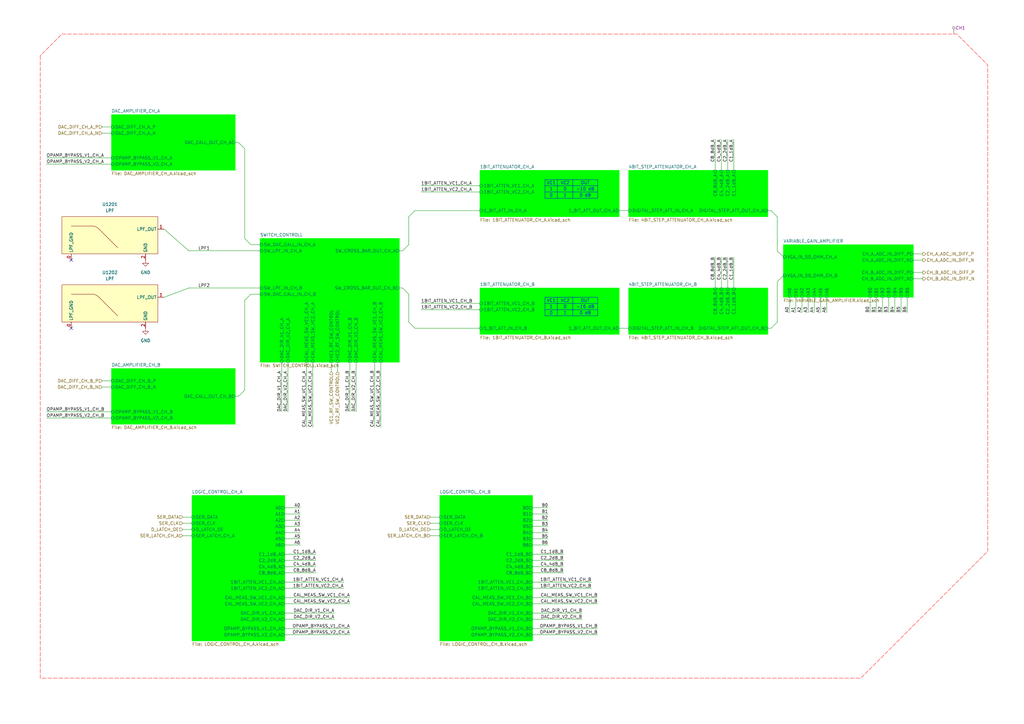
<source format=kicad_sch>
(kicad_sch (version 20250114) (generator "eeschema") (generator_version "9.0")
  (paper "A3")
  (title_block (date "2025-04-16") (company "CERN") (comment 1 "Design by A. Jevtic"))
  (lib_symbols
    (symbol "LPF_MODULE:LPF_MODULE"
      (property "Reference" "U" (at 3.81 9.906 0))
      (property "Value" "LPF" (at 0 0 0))
      (symbol "LPF_MODULE_1_1"
        (rectangle (start -16.51 7.62) (end 22.86 -7.62) (fill (type background)))
        (bezier (pts (xy -3.81 3.81) (xy -3.81 3.81) (xy -2.54 3.81) (xy -1.27 2.54)))
        (polyline (pts (xy -3.81 3.81) (xy -12.7 3.81)))
        (polyline (pts (xy -1.27 2.54) (xy 6.35 -5.08)))
        (pin power_in line (at -12.7 -10.16 90) (length 2.54) (name "LPF_GND") (number "0"))
        (pin power_in line (at 17.78 -10.16 90) (length 2.54) (name "GND") (number "2"))
        (pin output line (at 25.4 2.54 180) (length 2.54) (name "LPF_OUT") (number "1"))
      )
    )
    (symbol "power:GND" (power) (pin_names (offset 0))
      (property "Value" "GND" (at 0 -3.81 0))
      (symbol "GND_0_1"
        (polyline (pts (xy 0 0) (xy 0 -1.27) (xy 1.27 -1.27) (xy 0 -2.54) (xy -1.27 -1.27) (xy 0 -1.27)))
      )
      (symbol "GND_1_1"
        (pin power_in line (at 0 0 270) (length 0) (hide yes) (name "GND") (number "1"))
      )
    )
  )
  (no_connect (at 29.21 134.62))
  (no_connect (at 29.21 106.68))
  (wire (pts (xy 314.96 86.36) (xy 316.23 86.36)))
  (wire (pts (xy 143.51 148.59) (xy 143.51 168.91)))
  (wire (pts (xy 316.23 86.36) (xy 318.77 88.9)))
  (wire (pts (xy 218.44 254) (xy 238.76 254)))
  (wire (pts (xy 331.47 121.92) (xy 331.47 128.27)))
  (wire (pts (xy 314.96 134.62) (xy 316.23 134.62)))
  (wire (pts (xy 218.44 247.65) (xy 245.11 247.65)))
  (wire (pts (xy 135.89 148.59) (xy 135.89 152.4)))
  (wire (pts (xy 218.44 213.36) (xy 224.79 213.36)))
  (wire (pts (xy 45.72 168.91) (xy 19.05 168.91)))
  (wire (pts (xy 318.77 115.57) (xy 318.77 132.08)))
  (wire (pts (xy 102.87 120.65) (xy 100.33 123.19)))
  (wire (pts (xy 156.21 148.59) (xy 156.21 175.26)))
  (wire (pts (xy 116.84 232.41) (xy 129.54 232.41)))
  (wire (pts (xy 102.87 100.33) (xy 100.33 97.79)))
  (wire (pts (xy 128.27 148.59) (xy 128.27 175.26)))
  (wire (pts (xy 196.85 127) (xy 172.72 127)))
  (wire (pts (xy 74.93 214.63) (xy 78.74 214.63)))
  (wire (pts (xy 77.47 102.87) (xy 106.68 102.87)))
  (wire (pts (xy 74.93 219.71) (xy 78.74 219.71)))
  (wire (pts (xy 326.39 121.92) (xy 326.39 128.27)))
  (wire (pts (xy 41.91 52.07) (xy 45.72 52.07)))
  (wire (pts (xy 218.44 210.82) (xy 224.79 210.82)))
  (wire (pts (xy 176.53 217.17) (xy 180.34 217.17)))
  (wire (pts (xy 293.37 69.85) (xy 293.37 57.15)))
  (wire (pts (xy 218.44 251.46) (xy 238.76 251.46)))
  (wire (pts (xy 218.44 227.33) (xy 231.14 227.33)))
  (wire (pts (xy 138.43 148.59) (xy 138.43 152.4)))
  (wire (pts (xy 116.84 260.35) (xy 143.51 260.35)))
  (wire (pts (xy 100.33 60.96) (xy 97.79 58.42)))
  (wire (pts (xy 41.91 54.61) (xy 45.72 54.61)))
  (wire (pts (xy 100.33 160.02) (xy 97.79 162.56)))
  (wire (pts (xy 300.99 118.11) (xy 300.99 105.41)))
  (wire (pts (xy 116.84 210.82) (xy 123.19 210.82)))
  (wire (pts (xy 167.64 100.33) (xy 167.64 88.9)))
  (wire (pts (xy 74.93 212.09) (xy 78.74 212.09)))
  (wire (pts (xy 218.44 257.81) (xy 245.11 257.81)))
  (wire (pts (xy 356.87 121.92) (xy 356.87 128.27)))
  (wire (pts (xy 321.31 105.41) (xy 318.77 102.87)))
  (wire (pts (xy 146.05 148.59) (xy 146.05 168.91)))
  (wire (pts (xy 218.44 223.52) (xy 224.79 223.52)))
  (wire (pts (xy 96.52 162.56) (xy 97.79 162.56)))
  (wire (pts (xy 176.53 212.09) (xy 180.34 212.09)))
  (wire (pts (xy 170.18 134.62) (xy 196.85 134.62)))
  (wire (pts (xy 115.57 148.59) (xy 115.57 168.91)))
  (wire (pts (xy 196.85 78.74) (xy 172.72 78.74)))
  (wire (pts (xy 339.09 121.92) (xy 339.09 128.27)))
  (wire (pts (xy 116.84 254) (xy 137.16 254)))
  (wire (pts (xy 196.85 76.2) (xy 172.72 76.2)))
  (wire (pts (xy 116.84 238.76) (xy 140.97 238.76)))
  (wire (pts (xy 116.84 220.98) (xy 123.19 220.98)))
  (wire (pts (xy 361.95 121.92) (xy 361.95 128.27)))
  (wire (pts (xy 218.44 232.41) (xy 231.14 232.41)))
  (wire (pts (xy 323.85 121.92) (xy 323.85 128.27)))
  (wire (pts (xy 77.47 118.11) (xy 106.68 118.11)))
  (wire (pts (xy 369.57 121.92) (xy 369.57 128.27)))
  (wire (pts (xy 218.44 234.95) (xy 231.14 234.95)))
  (wire (pts (xy 298.45 118.11) (xy 298.45 105.41)))
  (wire (pts (xy 318.77 88.9) (xy 318.77 102.87)))
  (wire (pts (xy 218.44 215.9) (xy 224.79 215.9)))
  (wire (pts (xy 336.55 121.92) (xy 336.55 128.27)))
  (wire (pts (xy 116.84 241.3) (xy 140.97 241.3)))
  (wire (pts (xy 106.68 100.33) (xy 102.87 100.33)))
  (wire (pts (xy 218.44 208.28) (xy 224.79 208.28)))
  (wire (pts (xy 359.41 121.92) (xy 359.41 128.27)))
  (wire (pts (xy 100.33 97.79) (xy 100.33 60.96)))
  (wire (pts (xy 100.33 123.19) (xy 100.33 160.02)))
  (wire (pts (xy 163.83 118.11) (xy 165.1 118.11)))
  (wire (pts (xy 41.91 156.21) (xy 45.72 156.21)))
  (wire (pts (xy 298.45 69.85) (xy 298.45 57.15)))
  (wire (pts (xy 96.52 58.42) (xy 97.79 58.42)))
  (wire (pts (xy 254 86.36) (xy 257.81 86.36)))
  (wire (pts (xy 77.47 102.87) (xy 67.31 93.98)))
  (wire (pts (xy 153.67 148.59) (xy 153.67 175.26)))
  (wire (pts (xy 167.64 120.65) (xy 167.64 132.08)))
  (wire (pts (xy 218.44 220.98) (xy 224.79 220.98)))
  (wire (pts (xy 170.18 86.36) (xy 196.85 86.36)))
  (wire (pts (xy 295.91 118.11) (xy 295.91 105.41)))
  (wire (pts (xy 218.44 229.87) (xy 231.14 229.87)))
  (wire (pts (xy 218.44 238.76) (xy 242.57 238.76)))
  (wire (pts (xy 74.93 217.17) (xy 78.74 217.17)))
  (wire (pts (xy 321.31 113.03) (xy 318.77 115.57)))
  (wire (pts (xy 165.1 102.87) (xy 167.64 100.33)))
  (wire (pts (xy 116.84 245.11) (xy 143.51 245.11)))
  (wire (pts (xy 116.84 251.46) (xy 137.16 251.46)))
  (wire (pts (xy 163.83 102.87) (xy 165.1 102.87)))
  (wire (pts (xy 334.01 121.92) (xy 334.01 128.27)))
  (wire (pts (xy 176.53 219.71) (xy 180.34 219.71)))
  (wire (pts (xy 196.85 124.46) (xy 172.72 124.46)))
  (wire (pts (xy 116.84 229.87) (xy 129.54 229.87)))
  (wire (pts (xy 218.44 241.3) (xy 242.57 241.3)))
  (wire (pts (xy 218.44 260.35) (xy 245.11 260.35)))
  (wire (pts (xy 167.64 132.08) (xy 170.18 134.62)))
  (wire (pts (xy 116.84 208.28) (xy 123.19 208.28)))
  (wire (pts (xy 125.73 148.59) (xy 125.73 175.26)))
  (wire (pts (xy 254 134.62) (xy 257.81 134.62)))
  (wire (pts (xy 295.91 69.85) (xy 295.91 57.15)))
  (wire (pts (xy 116.84 227.33) (xy 129.54 227.33)))
  (wire (pts (xy 116.84 218.44) (xy 123.19 218.44)))
  (wire (pts (xy 318.77 132.08) (xy 316.23 134.62)))
  (wire (pts (xy 328.93 121.92) (xy 328.93 128.27)))
  (wire (pts (xy 118.11 148.59) (xy 118.11 168.91)))
  (wire (pts (xy 372.11 121.92) (xy 372.11 128.27)))
  (wire (pts (xy 165.1 118.11) (xy 167.64 120.65)))
  (wire (pts (xy 116.84 234.95) (xy 129.54 234.95)))
  (wire (pts (xy 300.99 69.85) (xy 300.99 57.15)))
  (wire (pts (xy 116.84 223.52) (xy 123.19 223.52)))
  (wire (pts (xy 116.84 213.36) (xy 123.19 213.36)))
  (wire (pts (xy 218.44 245.11) (xy 245.11 245.11)))
  (wire (pts (xy 374.65 114.3) (xy 378.46 114.3)))
  (wire (pts (xy 116.84 215.9) (xy 123.19 215.9)))
  (wire (pts (xy 176.53 214.63) (xy 180.34 214.63)))
  (wire (pts (xy 116.84 247.65) (xy 143.51 247.65)))
  (wire (pts (xy 67.31 121.92) (xy 77.47 118.11)))
  (wire (pts (xy 293.37 118.11) (xy 293.37 105.41)))
  (wire (pts (xy 374.65 104.14) (xy 378.46 104.14)))
  (wire (pts (xy 374.65 111.76) (xy 378.46 111.76)))
  (wire (pts (xy 167.64 88.9) (xy 170.18 86.36)))
  (wire (pts (xy 367.03 121.92) (xy 367.03 128.27)))
  (wire (pts (xy 102.87 120.65) (xy 106.68 120.65)))
  (wire (pts (xy 116.84 257.81) (xy 143.51 257.81)))
  (wire (pts (xy 218.44 218.44) (xy 224.79 218.44)))
  (wire (pts (xy 45.72 171.45) (xy 19.05 171.45)))
  (wire (pts (xy 45.72 64.77) (xy 19.05 64.77)))
  (wire (pts (xy 41.91 158.75) (xy 45.72 158.75)))
  (wire (pts (xy 364.49 121.92) (xy 364.49 128.27)))
  (wire (pts (xy 374.65 106.68) (xy 378.46 106.68)))
  (wire (pts (xy 45.72 67.31) (xy 19.05 67.31)))
  (table (column_count 3) (border (external yes) (header yes) (stroke (width 0) (color 0 0 255 1))) (separators (rows yes) (cols yes) (stroke (width 0) (color 0 0 255 1))) (column_widths 5.08 6.35 10.16) (row_heights 2.54 2.54 2.54) (cells (table_cell "VC1" (at 223.52 121.92 0) (size 5.08 2.54) (margins 0.9525 0.9525 0.9525 0.9525) (span 1 1)) (table_cell "VC2" (at 228.6 121.92 0) (size 6.35 2.54) (margins 0.9525 0.9525 0.9525 0.9525) (span 1 1)) (table_cell "OUT" (at 234.95 121.92 0) (size 10.16 2.54) (margins 0.9525 0.9525 0.9525 0.9525) (span 1 1)) (table_cell "1" (at 223.52 124.46 0) (size 5.08 2.54) (margins 0.9525 0.9525 0.9525 0.9525) (span 1 1)) (table_cell "0" (at 228.6 124.46 0) (size 6.35 2.54) (margins 0.9525 0.9525 0.9525 0.9525) (span 1 1)) (table_cell "-10 dB" (at 234.95 124.46 0) (size 10.16 2.54) (margins 0.9525 0.9525 0.9525 0.9525) (span 1 1)) (table_cell "0" (at 223.52 127 0) (size 5.08 2.54) (margins 0.9525 0.9525 0.9525 0.9525) (span 1 1)) (table_cell "1" (at 228.6 127 0) (size 6.35 2.54) (margins 0.9525 0.9525 0.9525 0.9525) (span 1 1)) (table_cell "0 dB" (at 234.95 127 0) (size 10.16 2.54) (margins 0.9525 0.9525 0.9525 0.9525) (span 1 1))))
  (table (column_count 3) (border (external yes) (header yes) (stroke (width 0) (color 0 0 255 1))) (separators (rows yes) (cols yes) (stroke (width 0) (color 0 0 255 1))) (column_widths 5.08 6.35 10.16) (row_heights 2.54 2.54 2.54) (cells (table_cell "VC1" (at 223.52 73.66 0) (size 5.08 2.54) (margins 0.9525 0.9525 0.9525 0.9525) (span 1 1)) (table_cell "VC2" (at 228.6 73.66 0) (size 6.35 2.54) (margins 0.9525 0.9525 0.9525 0.9525) (span 1 1)) (table_cell "OUT" (at 234.95 73.66 0) (size 10.16 2.54) (margins 0.9525 0.9525 0.9525 0.9525) (span 1 1)) (table_cell "1" (at 223.52 76.2 0) (size 5.08 2.54) (margins 0.9525 0.9525 0.9525 0.9525) (span 1 1)) (table_cell "0" (at 228.6 76.2 0) (size 6.35 2.54) (margins 0.9525 0.9525 0.9525 0.9525) (span 1 1)) (table_cell "-10 dB" (at 234.95 76.2 0) (size 10.16 2.54) (margins 0.9525 0.9525 0.9525 0.9525) (span 1 1)) (table_cell "0" (at 223.52 78.74 0) (size 5.08 2.54) (margins 0.9525 0.9525 0.9525 0.9525) (span 1 1)) (table_cell "1" (at 228.6 78.74 0) (size 6.35 2.54) (margins 0.9525 0.9525 0.9525 0.9525) (span 1 1)) (table_cell "0 dB" (at 234.95 78.74 0) (size 10.16 2.54) (margins 0.9525 0.9525 0.9525 0.9525) (span 1 1))))
  (label "OPAMP_BYPASS_V2_CH_A" (at 19.05 67.31 0))
  (label "A6" (at 339.09 128.27 90))
  (label "LPF1" (at 81.28 102.87 0))
  (label "OPAMP_BYPASS_V2_CH_B" (at 245.11 260.35 180))
  (label "A3" (at 331.47 128.27 90))
  (label "CAL_MEAS_SW_VC2_CH_B" (at 156.21 175.26 90))
  (label "C4_4dB_B" (at 231.14 232.41 180))
  (label "1BIT_ATTEN_VC2_CH_A" (at 172.72 78.74 0))
  (label "CAL_MEAS_SW_VC1_CH_B" (at 153.67 175.26 90))
  (label "C8_8dB_A" (at 129.54 234.95 180))
  (label "LPF2" (at 81.28 118.11 0))
  (label "1BIT_ATTEN_VC1_CH_B" (at 242.57 238.76 180))
  (label "B1" (at 224.79 210.82 180))
  (label "C1_1dB_A" (at 300.99 57.15 270))
  (label "DAC_DIR_V1_CH_A" (at 115.57 168.91 90))
  (label "OPAMP_BYPASS_V2_CH_A" (at 143.51 260.35 180))
  (label "OPAMP_BYPASS_V2_CH_B" (at 19.05 171.45 0))
  (label "B0" (at 224.79 208.28 180))
  (label "C8_8dB_B" (at 293.37 105.41 270))
  (label "1BIT_ATTEN_VC1_CH_B" (at 172.72 124.46 0))
  (label "A2" (at 328.93 128.27 90))
  (label "A0" (at 323.85 128.27 90))
  (label "CAL_MEAS_SW_VC2_CH_A" (at 143.51 247.65 180))
  (label "A4" (at 123.19 218.44 180))
  (label "OPAMP_BYPASS_V1_CH_B" (at 245.11 257.81 180))
  (label "CAL_MEAS_SW_VC1_CH_B" (at 245.11 245.11 180))
  (label "C1_1dB_B" (at 300.99 105.41 270))
  (label "B2" (at 224.79 213.36 180))
  (label "C8_8dB_B" (at 231.14 234.95 180))
  (label "OPAMP_BYPASS_V1_CH_A" (at 143.51 257.81 180))
  (label "C1_1dB_A" (at 129.54 227.33 180))
  (label "B2" (at 361.95 128.27 90))
  (label "CAL_MEAS_SW_VC2_CH_A" (at 128.27 175.26 90))
  (label "A1" (at 326.39 128.27 90))
  (label "B4" (at 224.79 218.44 180))
  (label "C2_2dB_A" (at 129.54 229.87 180))
  (label "DAC_DIR_V2_CH_B" (at 238.76 254 180))
  (label "C4_4dB_A" (at 295.91 57.15 270))
  (label "OPAMP_BYPASS_V1_CH_A" (at 19.05 64.77 0))
  (label "DAC_DIR_V2_CH_A" (at 118.11 168.91 90))
  (label "OPAMP_BYPASS_V1_CH_B" (at 19.05 168.91 0))
  (label "A4" (at 334.01 128.27 90))
  (label "CAL_MEAS_SW_VC1_CH_A" (at 143.51 245.11 180))
  (label "A0" (at 123.19 208.28 180))
  (label "DAC_DIR_V1_CH_B" (at 143.51 168.91 90))
  (label "B3" (at 364.49 128.27 90))
  (label "DAC_DIR_V1_CH_B" (at 238.76 251.46 180))
  (label "DAC_DIR_V2_CH_A" (at 137.16 254 180))
  (label "DAC_DIR_V1_CH_A" (at 137.16 251.46 180))
  (label "B3" (at 224.79 215.9 180))
  (label "CAL_MEAS_SW_VC2_CH_B" (at 245.11 247.65 180))
  (label "B0" (at 356.87 128.27 90))
  (label "B1" (at 359.41 128.27 90))
  (label "C2_2dB_B" (at 231.14 229.87 180))
  (label "C2_2dB_B" (at 298.45 105.41 270))
  (label "1BIT_ATTEN_VC2_CH_A" (at 140.97 241.3 180))
  (label "A2" (at 123.19 213.36 180))
  (label "B4" (at 367.03 128.27 90))
  (label "A3" (at 123.19 215.9 180))
  (label "A5" (at 123.19 220.98 180))
  (label "A5" (at 336.55 128.27 90))
  (label "DAC_DIR_V2_CH_B" (at 146.05 168.91 90))
  (label "A1" (at 123.19 210.82 180))
  (label "1BIT_ATTEN_VC2_CH_B" (at 172.72 127 0))
  (label "B6" (at 372.11 128.27 90))
  (label "B6" (at 224.79 223.52 180))
  (label "CAL_MEAS_SW_VC1_CH_A" (at 125.73 175.26 90))
  (label "C1_1dB_B" (at 231.14 227.33 180))
  (label "C2_2dB_A" (at 298.45 57.15 270))
  (label "C4_4dB_A" (at 129.54 232.41 180))
  (label "1BIT_ATTEN_VC1_CH_A" (at 172.72 76.2 0))
  (label "1BIT_ATTEN_VC2_CH_B" (at 242.57 241.3 180))
  (label "1BIT_ATTEN_VC1_CH_A" (at 140.97 238.76 180))
  (label "C8_8dB_A" (at 293.37 57.15 270))
  (label "B5" (at 224.79 220.98 180))
  (label "C4_4dB_B" (at 295.91 105.41 270))
  (label "B5" (at 369.57 128.27 90))
  (label "A6" (at 123.19 223.52 180))
  (hierarchical_label "CH_B_ADC_IN_DIFF_P" (shape output) (at 378.46 111.76 0))
  (hierarchical_label "SER_LATCH_CH_A" (shape input) (at 74.93 219.71 180))
  (hierarchical_label "SER_LATCH_CH_B" (shape input) (at 176.53 219.71 180))
  (hierarchical_label "CH_A_ADC_IN_DIFF_P" (shape output) (at 378.46 104.14 0))
  (hierarchical_label "SER_DATA" (shape input) (at 74.93 212.09 180))
  (hierarchical_label "CH_B_ADC_IN_DIFF_N" (shape output) (at 378.46 114.3 0))
  (hierarchical_label "VC1_RF_SW_CONTROL" (shape input) (at 135.89 152.4 270))
  (hierarchical_label "DAC_DIFF_CH_B_P" (shape input) (at 41.91 156.21 180))
  (hierarchical_label "D_LATCH_OE" (shape input) (at 74.93 217.17 180))
  (hierarchical_label "SER_CLK" (shape input) (at 176.53 214.63 180))
  (hierarchical_label "DAC_DIFF_CH_B_N" (shape input) (at 41.91 158.75 180))
  (hierarchical_label "D_LATCH_OE" (shape input) (at 176.53 217.17 180))
  (hierarchical_label "DAC_DIFF_CH_A_N" (shape input) (at 41.91 54.61 180))
  (hierarchical_label "SER_DATA" (shape input) (at 176.53 212.09 180))
  (hierarchical_label "DAC_DIFF_CH_A_P" (shape input) (at 41.91 52.07 180))
  (hierarchical_label "VC2_RF_SW_CONTROL" (shape input) (at 138.43 152.4 270))
  (hierarchical_label "CH_A_ADC_IN_DIFF_N" (shape output) (at 378.46 106.68 0))
  (hierarchical_label "SER_CLK" (shape input) (at 74.93 214.63 180))
  (rule_area (polyline (pts (xy 16.51 22.86) (xy 16.51 278.13) (xy 353.06 278.13) (xy 405.13 226.06) (xy 405.13 26.67) (xy 392.43 13.97) (xy 25.4 13.97)) (stroke (width 0) (type dash))))
  (netclass_flag "" (length 2.54) (shape round) (at 391.16 13.97 0) (property "Component Class" "CH1" (at 391.8585 11.43 0) (effects (font (italic yes)) (justify left))))
  (symbol (lib_id "power:GND") (at 59.69 134.62 0) (unit 1)
    (property "Reference" "#PWR01202" (effects (hide yes)))
    (property "Value" "GND" (at 59.69 139.7 0))
    (property "Description" "Power symbol creates a global label with name \"GND\" , ground" (effects (hide yes)))
    (instances (project "8CH_Analog_Front_END" (path "" (reference "#PWR01202") (unit 1)) (path "" (reference "#PWR03902") (unit 1))))
  )
  (symbol (lib_id "LPF_MODULE:LPF_MODULE") (at 41.91 124.46 0) (unit 1)
    (property "Reference" "U1202" (at 45.085 111.76 0))
    (property "Value" "LPF" (at 45.085 114.3 0))
    (property "Footprint" "LPF_MODULE:LPF_MODULE" (effects (hide yes)))
    (instances (project "8CH_Analog_Front_END" (path "" (reference "U1202") (unit 1)) (path "" (reference "U3902") (unit 1))))
  )
  (symbol (lib_id "LPF_MODULE:LPF_MODULE") (at 41.91 96.52 0) (unit 1)
    (property "Reference" "U1201" (at 45.085 83.82 0))
    (property "Value" "LPF" (at 45.085 86.36 0))
    (property "Footprint" "LPF_MODULE:LPF_MODULE" (effects (hide yes)))
    (instances (project "8CH_Analog_Front_END" (path "" (reference "U1201") (unit 1)) (path "" (reference "U3901") (unit 1))))
  )
  (symbol (lib_id "power:GND") (at 59.69 106.68 0) (unit 1)
    (property "Reference" "#PWR01201" (effects (hide yes)))
    (property "Value" "GND" (at 59.69 111.76 0))
    (property "Description" "Power symbol creates a global label with name \"GND\" , ground" (effects (hide yes)))
    (instances (project "8CH_Analog_Front_END" (path "" (reference "#PWR01201") (unit 1)) (path "" (reference "#PWR03901") (unit 1))))
  )
  (sheet (at 257.81 69.85) (size 57.15 19.05) (stroke (width 0.1524) (color 0 255 0 1)) (fill (color 0 255 0 1.0000))
    (property "Sheetname" "4BIT_STEP_ATTENUATOR_CH_A" (at 257.81 69.1384 0) (effects (justify left bottom)))
    (property "Sheetfile" "4BIT_STEP_ATTENUATOR_CH_A.kicad_sch" (at 257.81 89.4846 0) (effects (justify left top)))
    (pin "DIGITAL_STEP_ATT_IN_CH_A" input (at 257.81 86.36 180))
    (pin "C8_8dB_A" input (at 293.37 69.85 90))
    (pin "C2_2dB_A" input (at 298.45 69.85 90))
    (pin "C1_1dB_A" input (at 300.99 69.85 90))
    (pin "C4_4dB_A" input (at 295.91 69.85 90))
    (pin "DIGITAL_STEP_ATT_OUT_CH_A" output (at 314.96 86.36 0))
  )
  (sheet (at 45.72 151.13) (size 50.8 22.86) (stroke (width 0.1524) (color 0 255 0 1)) (fill (color 0 255 0 1.0000))
    (property "Sheetname" "DAC_AMPLIFIER_CH_B" (at 45.72 150.4184 0) (effects (justify left bottom)))
    (property "Sheetfile" "DAC_AMPLIFIER_CH_B.kicad_sch" (at 45.72 174.5746 0) (effects (justify left top)))
    (pin "DAC_DIFF_CH_B_P" input (at 45.72 156.21 180))
    (pin "DAC_DIFF_CH_B_N" input (at 45.72 158.75 180))
    (pin "OPAMP_BYPASS_V2_CH_B" input (at 45.72 171.45 180))
    (pin "OPAMP_BYPASS_V1_CH_B" input (at 45.72 168.91 180))
    (pin "DAC_CALL_OUT_CH_B" output (at 96.52 162.56 0))
  )
  (sheet (at 196.85 118.11) (size 57.15 19.05) (stroke (width 0.1524) (color 0 255 0 1)) (fill (color 0 255 0 1.0000))
    (property "Sheetname" "1BIT_ATTENUATOR_CH_B" (at 196.85 117.3984 0) (effects (justify left bottom)))
    (property "Sheetfile" "1BIT_ATTENUATOR_CH_B.kicad_sch" (at 196.85 137.7446 0) (effects (justify left top)))
    (pin "1_BIT_ATT_IN_CH_B" input (at 196.85 134.62 180))
    (pin "1_BIT_ATT_OUT_CH_A" output (at 254 134.62 0))
    (pin "1BIT_ATTEN_VC1_CH_B" input (at 196.85 124.46 180))
    (pin "1BIT_ATTEN_VC2_CH_B" input (at 196.85 127 180))
  )
  (sheet (at 45.72 46.99) (size 50.8 22.86) (stroke (width 0.1524) (color 0 255 0 1)) (fill (color 0 255 0 1.0000))
    (property "Sheetname" "DAC_AMPLIFIER_CH_A" (at 45.72 46.2784 0) (effects (justify left bottom)))
    (property "Sheetfile" "DAC_AMPLIFIER_CH_A.kicad_sch" (at 45.72 70.4346 0) (effects (justify left top)))
    (pin "DAC_DIFF_CH_A_P" input (at 45.72 52.07 180))
    (pin "DAC_DIFF_CH_A_N" input (at 45.72 54.61 180))
    (pin "OPAMP_BYPASS_V2_CH_A" input (at 45.72 67.31 180))
    (pin "OPAMP_BYPASS_V1_CH_A" input (at 45.72 64.77 180))
    (pin "DAC_CALL_OUT_CH_A" output (at 96.52 58.42 0))
  )
  (sheet (at 257.81 118.11) (size 57.15 19.05) (stroke (width 0.1524) (color 0 255 0 1)) (fill (color 0 255 0 1.0000))
    (property "Sheetname" "4BIT_STEP_ATTENUATOR_CH_B" (at 257.81 117.3984 0) (effects (justify left bottom)))
    (property "Sheetfile" "4BIT_STEP_ATTENUATOR_CH_B.kicad_sch" (at 257.81 137.7446 0) (effects (justify left top)))
    (pin "DIGITAL_STEP_ATT_OUT_CH_B" output (at 314.96 134.62 0))
    (pin "DIGITAL_STEP_ATT_IN_CH_B" input (at 257.81 134.62 180))
    (pin "C8_8dB_B" input (at 293.37 118.11 90))
    (pin "C2_2dB_B" input (at 298.45 118.11 90))
    (pin "C1_1dB_B" input (at 300.99 118.11 90))
    (pin "C4_4dB_B" input (at 295.91 118.11 90))
  )
  (sheet (at 78.74 203.2) (size 38.1 59.69) (stroke (width 0.1524) (color 0 255 0 1)) (fill (color 0 255 0 1.0000))
    (property "Sheetname" "LOGIC_CONTROL_CH_A" (at 78.74 202.4884 0) (effects (justify left bottom)))
    (property "Sheetfile" "LOGIC_CONTROL_CH_A.kicad_sch" (at 78.74 263.4746 0) (effects (justify left top)))
    (pin "SER_DATA" input (at 78.74 212.09 180))
    (pin "SER_LATCH_CH_A" input (at 78.74 219.71 180))
    (pin "SER_CLK" input (at 78.74 214.63 180))
    (pin "A0" output (at 116.84 208.28 0))
    (pin "A6" output (at 116.84 223.52 0))
    (pin "A1" output (at 116.84 210.82 0))
    (pin "A3" output (at 116.84 215.9 0))
    (pin "A5" output (at 116.84 220.98 0))
    (pin "A4" output (at 116.84 218.44 0))
    (pin "A2" output (at 116.84 213.36 0))
    (pin "C2_2dB_A" output (at 116.84 229.87 0))
    (pin "C4_4dB_A" output (at 116.84 232.41 0))
    (pin "C1_1dB_A" output (at 116.84 227.33 0))
    (pin "C8_8dB_A" output (at 116.84 234.95 0))
    (pin "D_LATCH_OE" input (at 78.74 217.17 180))
    (pin "1BIT_ATTEN_VC2_CH_A" output (at 116.84 241.3 0))
    (pin "1BIT_ATTEN_VC1_CH_A" output (at 116.84 238.76 0))
    (pin "CAL_MEAS_SW_VC1_CH_A" output (at 116.84 245.11 0))
    (pin "CAL_MEAS_SW_VC2_CH_A" output (at 116.84 247.65 0))
    (pin "DAC_DIR_V2_CH_A" output (at 116.84 254 0))
    (pin "DAC_DIR_V1_CH_A" output (at 116.84 251.46 0))
    (pin "OPAMP_BYPASS_V2_CH_A" output (at 116.84 260.35 0))
    (pin "OPAMP_BYPASS_V1_CH_A" output (at 116.84 257.81 0))
  )
  (sheet (at 180.34 203.2) (size 38.1 59.69) (stroke (width 0.1524) (color 0 255 0 1)) (fill (color 0 255 0 1.0000))
    (property "Sheetname" "LOGIC_CONTROL_CH_B" (at 180.34 202.4884 0) (effects (justify left bottom)))
    (property "Sheetfile" "LOGIC_CONTROL_CH_B.kicad_sch" (at 180.34 263.4746 0) (effects (justify left top)))
    (pin "SER_DATA" input (at 180.34 212.09 180))
    (pin "SER_CLK" input (at 180.34 214.63 180))
    (pin "D_LATCH_OE" input (at 180.34 217.17 180))
    (pin "DAC_DIR_V2_CH_B" output (at 218.44 254 0))
    (pin "C4_4dB_B" output (at 218.44 232.41 0))
    (pin "C1_1dB_B" output (at 218.44 227.33 0))
    (pin "DAC_DIR_V1_CH_B" output (at 218.44 251.46 0))
    (pin "B0" output (at 218.44 208.28 0))
    (pin "B6" output (at 218.44 223.52 0))
    (pin "B3" output (at 218.44 220.98 0))
    (pin "B1" output (at 218.44 210.82 0))
    (pin "B2" output (at 218.44 213.36 0))
    (pin "B4" output (at 218.44 218.44 0))
    (pin "1BIT_ATTEN_VC2_CH_B" output (at 218.44 241.3 0))
    (pin "C8_8dB_B" output (at 218.44 234.95 0))
    (pin "B5" output (at 218.44 215.9 0))
    (pin "1BIT_ATTEN_VC1_CH_B" output (at 218.44 238.76 0))
    (pin "CAL_MEAS_SW_VC2_CH_B" output (at 218.44 247.65 0))
    (pin "SER_LATCH_CH_B" input (at 180.34 219.71 180))
    (pin "C2_2dB_B" output (at 218.44 229.87 0))
    (pin "CAL_MEAS_SW_VC1_CH_B" output (at 218.44 245.11 0))
    (pin "OPAMP_BYPASS_V1_CH_B" output (at 218.44 257.81 0))
    (pin "OPAMP_BYPASS_V2_CH_B" output (at 218.44 260.35 0))
  )
  (sheet (at 321.31 100.33) (size 53.34 21.59) (stroke (width 0.1524) (color 0 255 0 1)) (fill (color 0 255 0 1.0000))
    (property "Sheetname" "VARIABLE_GAIN_AMPLIFIER" (at 321.31 99.6184 0) (effects (justify left bottom)))
    (property "Sheetfile" "VARIABLE_GAIN_AMPLIFIER.kicad_sch" (at 321.31 122.5046 0) (effects (justify left top)))
    (pin "CH_A_ADC_IN_DIFF_N" output (at 374.65 106.68 0))
    (pin "VGA_IN_50_OHM_CH_B" input (at 321.31 113.03 180))
    (pin "CH_B_ADC_IN_DIFF_N" output (at 374.65 114.3 0))
    (pin "CH_B_ADC_IN_DIFF_P" output (at 374.65 111.76 0))
    (pin "CH_A_ADC_IN_DIFF_P" output (at 374.65 104.14 0))
    (pin "VGA_IN_50_OHM_CH_A" input (at 321.31 105.41 180))
    (pin "B2" input (at 361.95 121.92 270))
    (pin "B0" input (at 356.87 121.92 270))
    (pin "B1" input (at 359.41 121.92 270))
    (pin "A3" input (at 331.47 121.92 270))
    (pin "A5" input (at 336.55 121.92 270))
    (pin "B5" input (at 369.57 121.92 270))
    (pin "A6" input (at 339.09 121.92 270))
    (pin "B6" input (at 372.11 121.92 270))
    (pin "A4" input (at 334.01 121.92 270))
    (pin "B4" input (at 367.03 121.92 270))
    (pin "A2" input (at 328.93 121.92 270))
    (pin "A0" input (at 323.85 121.92 270))
    (pin "A1" input (at 326.39 121.92 270))
    (pin "B3" input (at 364.49 121.92 270))
  )
  (sheet (at 106.68 97.79) (size 57.15 50.8) (stroke (width 0.1524) (color 0 255 0 1)) (fill (color 0 255 0 1.0000))
    (property "Sheetname" "SWITCH_CONTROLL" (at 106.68 97.0784 0) (effects (justify left bottom)))
    (property "Sheetfile" "SWITCH_CONTROLL.kicad_sch" (at 106.68 149.1746 0) (effects (justify left top)))
    (pin "CAL_MEAS_SW_VC2_CH_A" input (at 128.27 148.59 270))
    (pin "SW_CROSS_BAR_OUT_CH_B" output (at 163.83 118.11 0))
    (pin "SW_CROSS_BAR_OUT_CH_A" output (at 163.83 102.87 0))
    (pin "SW_DAC_CALL_IN_CH_A" input (at 106.68 100.33 180))
    (pin "DAC_DIR_V2_CH_B" input (at 146.05 148.59 270))
    (pin "CAL_MEAS_SW_VC1_CH_A" input (at 125.73 148.59 270))
    (pin "CAL_MEAS_SW_VC2_CH_B" input (at 156.21 148.59 270))
    (pin "SW_DAC_CALL_IN_CH_B" input (at 106.68 120.65 180))
    (pin "DAC_DIR_V2_CH_A" input (at 118.11 148.59 270))
    (pin "DAC_DIR_V1_CH_A" input (at 115.57 148.59 270))
    (pin "CAL_MEAS_SW_VC1_CH_B" input (at 153.67 148.59 270))
    (pin "DAC_DIR_V1_CH_B" input (at 143.51 148.59 270))
    (pin "VC2_RF_SW_CONTROL" input (at 138.43 148.59 270))
    (pin "VC1_RF_SW_CONTROL" input (at 135.89 148.59 270))
    (pin "SW_LPF_IN_CH_A" input (at 106.68 102.87 180))
    (pin "SW_LPF_IN_CH_B" input (at 106.68 118.11 180))
  )
  (sheet (at 196.85 69.85) (size 57.15 19.05) (stroke (width 0.1524) (color 0 255 0 1)) (fill (color 0 255 0 1.0000))
    (property "Sheetname" "1BIT_ATTENUATOR_CH_A" (at 196.85 69.1384 0) (effects (justify left bottom)))
    (property "Sheetfile" "1BIT_ATTENUATOR_CH_A.kicad_sch" (at 196.85 89.4846 0) (effects (justify left top)))
    (pin "1_BIT_ATT_OUT_CH_A" output (at 254 86.36 0))
    (pin "1BIT_ATTEN_VC1_CH_A" input (at 196.85 76.2 180))
    (pin "1BIT_ATTEN_VC2_CH_A" input (at 196.85 78.74 180))
    (pin "1_BIT_ATT_IN_CH_A" input (at 196.85 86.36 180))
  )
)
</source>
